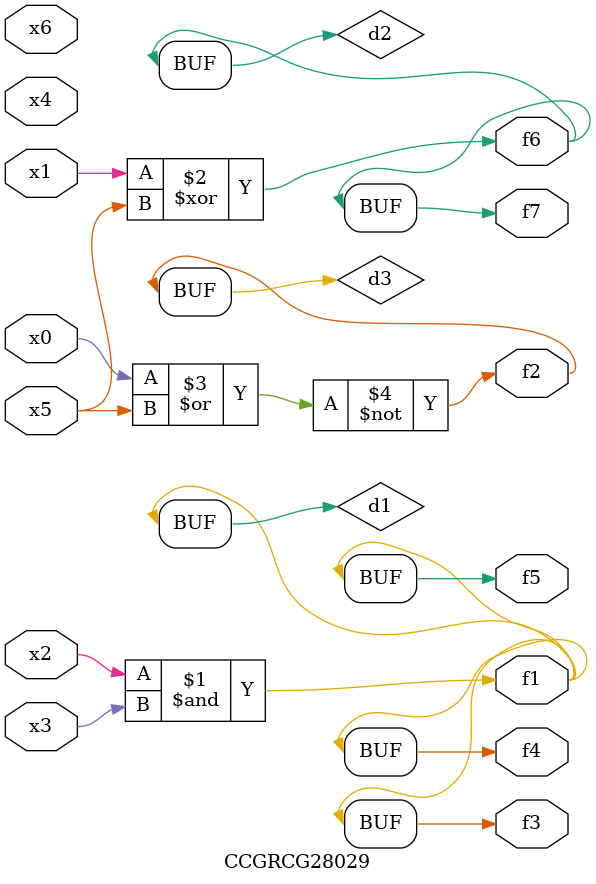
<source format=v>
module CCGRCG28029(
	input x0, x1, x2, x3, x4, x5, x6,
	output f1, f2, f3, f4, f5, f6, f7
);

	wire d1, d2, d3;

	and (d1, x2, x3);
	xor (d2, x1, x5);
	nor (d3, x0, x5);
	assign f1 = d1;
	assign f2 = d3;
	assign f3 = d1;
	assign f4 = d1;
	assign f5 = d1;
	assign f6 = d2;
	assign f7 = d2;
endmodule

</source>
